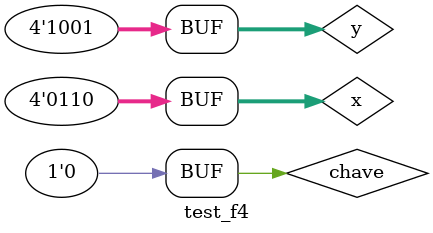
<source format=v>
module f4 (output [3:0] s, input [3:0] a, input [3:0] b, input chave); 
	wire [3:0] s0; 
	wire [3:0] s1; 
	wire notchave;
	
	not(notchave, chave);
	or or1(s0[0], a[0], b[0]);
	or or2(s0[1], a[1], b[1]);
	or or3(s0[2], a[2], b[2]);
	or or4(s0[3], a[3], b[3]);

	and and1(s1[0], a[0], b[0]);
	and and2(s1[1], a[1], b[1]);
	and and3(s1[2], a[2], b[2]);
	and and4(s1[3], a[3], b[3]);

	
	assign s = chave? s0: s1; 
	
endmodule // f4 
module test_f4; 
// ------------------------- definir dados 
reg [3:0] x; 
reg [3:0] y; 
wire [3:0] z; 
reg chave;
f4 modulo (z, x, y, chave); 
// ------------------------- parte principal 
initial begin 
$display("Exemplo0031 - Thais Mairink - 441710"); 
$display("Test LU's module"); 
x = 4'b0011; y = 4'b0101; 
// projetar testes do modulo 
   #1   $monitor("%3b %3b = %3b Chave = %3b",x,y,z,chave); 
	#1	  chave = 0; 
	#1   x = 4'b0001;  y = 4'b1000; 
	#1	  chave = 1; 
	#1   x = 4'b1111;  y = 4'b1001;
	#1	  chave = 0; 
	#1   x = 4'b1011;  y = 4'b1101;
	#1	  chave = 1; 
	#1   x = 4'b1111;  y = 4'b1111;
	#1	  chave = 0; 
	#1   x = 4'b1000;  y = 4'b0000;
	#1	  chave = 1; 
	#1   x = 4'b0110;  y = 4'b1001;
	#1	  chave = 0;
end 
endmodule // test_f4 
</source>
